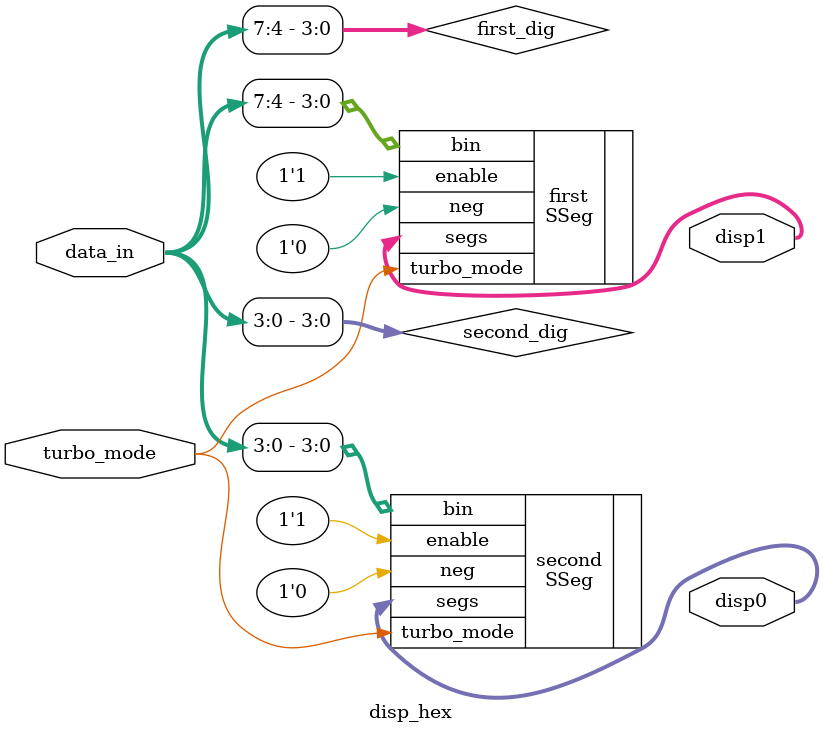
<source format=v>

module disp_hex
(
	input [7:0] data_in,
	input turbo_mode,
	output [6:0] disp0,
	output [6:0] disp1
);
	wire [3:0] first_dig = data_in[7:4];
	wire [3:0] second_dig = data_in[3:0];
	
	SSeg first
	(
		.bin(first_dig), 
		.neg(1'b0), 
		.enable(1'b1),
		.turbo_mode(turbo_mode),
		.segs(disp1)
	);
	
	SSeg second
	(
		.bin(second_dig), 
		.neg(1'b0), 
		.enable(1'b1),
		.turbo_mode(turbo_mode),
		.segs(disp0)
	);
	
	
	
endmodule

</source>
